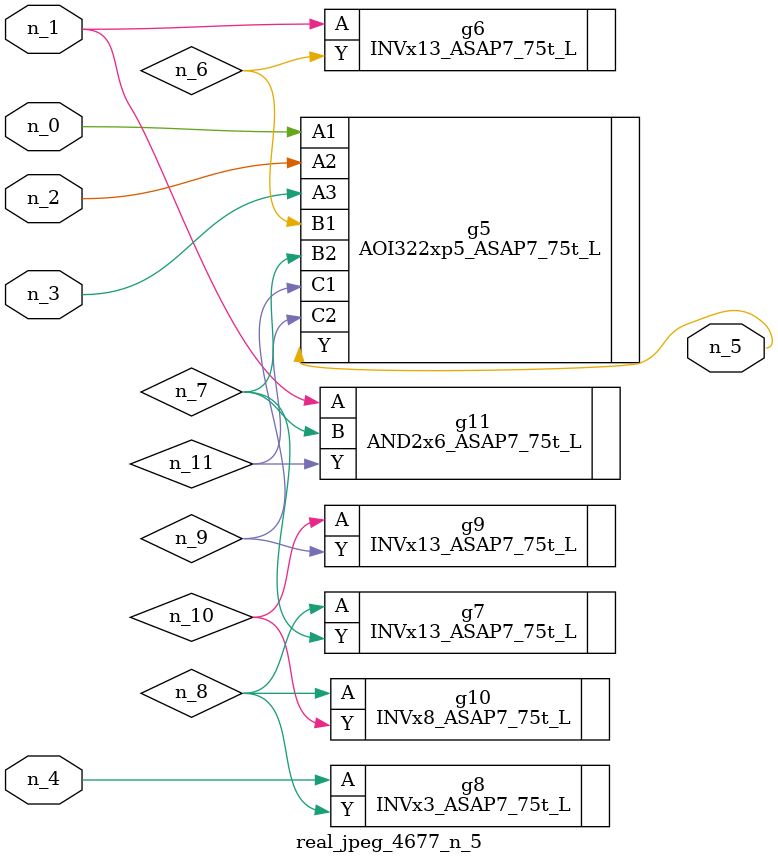
<source format=v>
module real_jpeg_4677_n_5 (n_4, n_0, n_1, n_2, n_3, n_5);

input n_4;
input n_0;
input n_1;
input n_2;
input n_3;

output n_5;

wire n_8;
wire n_11;
wire n_6;
wire n_7;
wire n_10;
wire n_9;

AOI322xp5_ASAP7_75t_L g5 ( 
.A1(n_0),
.A2(n_2),
.A3(n_3),
.B1(n_6),
.B2(n_7),
.C1(n_9),
.C2(n_11),
.Y(n_5)
);

INVx13_ASAP7_75t_L g6 ( 
.A(n_1),
.Y(n_6)
);

AND2x6_ASAP7_75t_L g11 ( 
.A(n_1),
.B(n_7),
.Y(n_11)
);

INVx3_ASAP7_75t_L g8 ( 
.A(n_4),
.Y(n_8)
);

INVx13_ASAP7_75t_L g7 ( 
.A(n_8),
.Y(n_7)
);

INVx8_ASAP7_75t_L g10 ( 
.A(n_8),
.Y(n_10)
);

INVx13_ASAP7_75t_L g9 ( 
.A(n_10),
.Y(n_9)
);


endmodule
</source>
